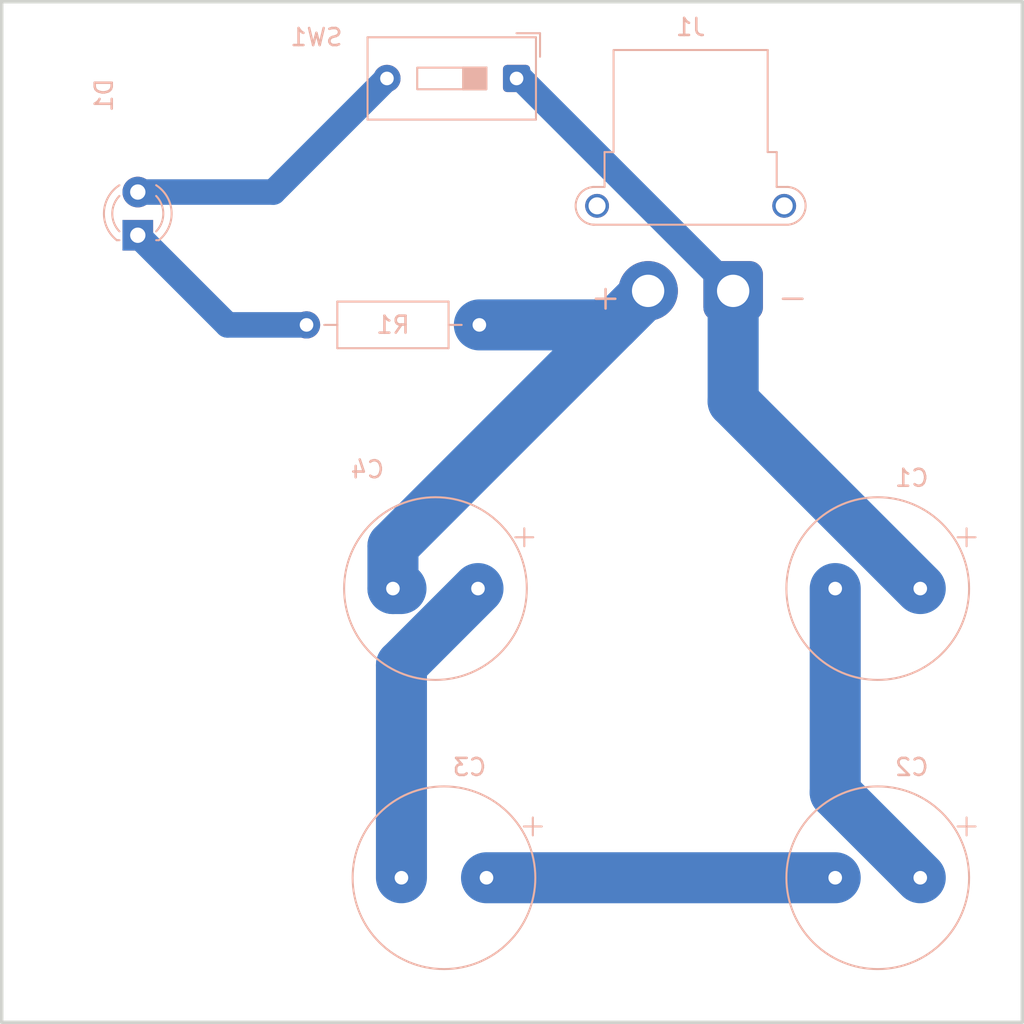
<source format=kicad_pcb>
(kicad_pcb (version 20241229) (generator "pcbnew") (generator_version "9.0")
  (layers (0 "F.Cu" signal) (2 "B.Cu" signal) (13 "F.Paste" user) (15 "B.Paste" user) (5 "F.SilkS" user "F.Silkscreen") (7 "B.SilkS" user "B.Silkscreen") (1 "F.Mask" user) (3 "B.Mask" user) (25 "Edge.Cuts" user))
  (net 0 "")
  (net 1 "Net-(C1-Pad2)")
  (net 2 "+12V")
  (net 3 "Net-(C2-Pad2)")
  (net 4 "Net-(C3-Pad2)")
  (net 5 "GND")
  (net 6 "Net-(D1-K)")
  (net 7 "Net-(D1-A)")
  (footprint "Libraryy:SPST Through Hole Switch" (layer "B.Cu") (at 149.2675 74.0125 180)
    (property "Reference" "SW1" (at 11.7675 2.42 0) (layer "B.SilkS") (effects (justify mirror)))
    (property "Value" "SW_SPST")
    (fp_line (start 8.76 2.42) (end 8.76 -2.42) (stroke (width 0.12)) (layer "B.SilkS"))
    (fp_line (start 3.133333 0.635) (end 3.133333 -0.635) (stroke (width 0.12)) (layer "B.SilkS"))
    (fp_line (start -1.14 2.42) (end 8.76 2.42) (stroke (width 0.12)) (layer "B.SilkS"))
    (fp_line (start -1.14 2.42) (end -1.14 -2.42) (stroke (width 0.12)) (layer "B.SilkS"))
    (fp_line (start -1.14 -2.42) (end 8.76 -2.42) (stroke (width 0.12)) (layer "B.SilkS"))
    (fp_line (start -1.38 2.66) (end 0.003 2.66) (stroke (width 0.12)) (layer "B.SilkS"))
    (fp_line (start -1.38 2.66) (end -1.38 1.277) (stroke (width 0.12)) (layer "B.SilkS"))
    (fp_rect (start 1.78 0.635) (end 5.84 -0.635) (stroke (width 0.12)) (fill no) (layer "B.SilkS"))
    (fp_rect (start 1.78 0.635) (end 3.133333 -0.635) (stroke (width 0.12)) (fill yes) (layer "B.SilkS"))
    (pad "1" thru_hole roundrect (at 0 0 180) (size 1.6 1.6) (drill 0.8) (layers "*.Cu" "*.Mask") (roundrect_rratio 0.15625) (net 2 "+12V"))
    (pad "2" thru_hole circle (at 7.62 0 180) (size 1.6 1.6) (drill 0.8) (layers "*.Cu" "*.Mask") (net 7 "Net-(D1-A)"))
  )
  (footprint "Libraryy:SupeCapacitor Through Hole" (layer "B.Cu") (at 147 104 180)
    (property "Reference" "C4" (at 6.5 7 0) (layer "B.SilkS") (effects (justify mirror)))
    (property "Value" "C")
    (fp_line (start -2.722133 3.54) (end -2.722133 2.49) (stroke (width 0.12)) (layer "B.SilkS"))
    (fp_line (start -3.247133 3.015) (end -2.197133 3.015) (stroke (width 0.12)) (layer "B.SilkS"))
    (fp_circle (center 2.5 0) (end 7.87 0) (stroke (width 0.12)) (fill no) (layer "B.SilkS"))
    (pad "1" thru_hole rect (at 0 0 180) (size 1.6 1.6) (drill 0.8) (layers "*.Cu" "*.Mask") (net 4 "Net-(C3-Pad2)"))
    (pad "2" thru_hole circle (at 5 0 180) (size 1.6 1.6) (drill 0.8) (layers "*.Cu" "*.Mask") (net 5 "GND"))
  )
  (footprint "Libraryy:SupeCapacitor Through Hole" (layer "B.Cu") (at 173 104 180)
    (property "Reference" "C1" (at 0.5 6.5 0) (layer "B.SilkS") (effects (justify mirror)))
    (property "Value" "C")
    (fp_line (start -2.722133 3.54) (end -2.722133 2.49) (stroke (width 0.12)) (layer "B.SilkS"))
    (fp_line (start -3.247133 3.015) (end -2.197133 3.015) (stroke (width 0.12)) (layer "B.SilkS"))
    (fp_circle (center 2.5 0) (end 7.87 0) (stroke (width 0.12)) (fill no) (layer "B.SilkS"))
    (pad "1" thru_hole rect (at 0 0 180) (size 1.6 1.6) (drill 0.8) (layers "*.Cu" "*.Mask") (net 2 "+12V"))
    (pad "2" thru_hole circle (at 5 0 180) (size 1.6 1.6) (drill 0.8) (layers "*.Cu" "*.Mask") (net 1 "Net-(C1-Pad2)"))
  )
  (footprint "Libraryy:SupeCapacitor Through Hole" (layer "B.Cu") (at 173 121 180)
    (property "Reference" "C2" (at 0.5 6.5 0) (layer "B.SilkS") (effects (justify mirror)))
    (property "Value" "C")
    (fp_line (start -2.722133 3.54) (end -2.722133 2.49) (stroke (width 0.12)) (layer "B.SilkS"))
    (fp_line (start -3.247133 3.015) (end -2.197133 3.015) (stroke (width 0.12)) (layer "B.SilkS"))
    (fp_circle (center 2.5 0) (end 7.87 0) (stroke (width 0.12)) (fill no) (layer "B.SilkS"))
    (pad "1" thru_hole rect (at 0 0 180) (size 1.6 1.6) (drill 0.8) (layers "*.Cu" "*.Mask") (net 1 "Net-(C1-Pad2)"))
    (pad "2" thru_hole circle (at 5 0 180) (size 1.6 1.6) (drill 0.8) (layers "*.Cu" "*.Mask") (net 3 "Net-(C2-Pad2)"))
  )
  (footprint "Libraryy:LED Through Hole" (layer "B.Cu") (at 127 83.23 90)
    (property "Reference" "D1" (at 8.23 -1.987701 90) (layer "B.SilkS") (effects (justify mirror)))
    (property "Value" "LED")
    (fp_line (start -0.29 -1.08) (end -0.29 -1.236) (stroke (width 0.12)) (layer "B.SilkS"))
    (fp_line (start -0.29 1.236) (end -0.29 1.08) (stroke (width 0.12)) (layer "B.SilkS"))
    (fp_arc (start -0.29 -1.235516) (mid 1.365624 -1.987701) (end 2.941397 -1.080061) (stroke (width 0.12)) (layer "B.SilkS"))
    (fp_arc (start 0.229039 -1.08) (mid 1.269965 -1.5) (end 2.31091 -1.080049) (stroke (width 0.12)) (layer "B.SilkS"))
    (fp_arc (start 2.31091 1.080049) (mid 1.269965 1.5) (end 0.229039 1.08) (stroke (width 0.12)) (layer "B.SilkS"))
    (fp_arc (start 2.941397 1.080061) (mid 1.365624 1.987701) (end -0.29 1.235516) (stroke (width 0.12)) (layer "B.SilkS"))
    (pad "1" thru_hole rect (at 0 0 90) (size 1.8 1.8) (drill 0.9) (layers "*.Cu" "*.Mask") (net 6 "Net-(D1-K)"))
    (pad "2" thru_hole circle (at 2.54 0 90) (size 1.8 1.8) (drill 0.9) (layers "*.Cu" "*.Mask") (net 7 "Net-(D1-A)"))
  )
  (footprint "Libraryy:XT30PW-F" (layer "B.Cu") (at 162 86.5 180)
    (property "Reference" "J1" (at 2.5 15.5 0) (layer "B.SilkS") (effects (justify mirror)))
    (property "Value" "Conn_01x02_Pin")
    (fp_line (start 7.56 8.16) (end 7.56 6.11) (stroke (width 0.12)) (layer "B.SilkS"))
    (fp_line (start 7.56 6.11) (end 8.26 6.11) (stroke (width 0.12)) (layer "B.SilkS"))
    (fp_line (start 7.03 14.16) (end 7.03 8.16) (stroke (width 0.12)) (layer "B.SilkS"))
    (fp_line (start 7.03 8.16) (end 7.56 8.16) (stroke (width 0.12)) (layer "B.SilkS"))
    (fp_line (start -2.03 14.16) (end 7 14.16) (stroke (width 0.12)) (layer "B.SilkS"))
    (fp_line (start -2.03 14.16) (end -2.03 8.16) (stroke (width 0.12)) (layer "B.SilkS"))
    (fp_line (start -2.56 8.16) (end -2.03 8.16) (stroke (width 0.12)) (layer "B.SilkS"))
    (fp_line (start -2.56 8.16) (end -2.56 6.11) (stroke (width 0.12)) (layer "B.SilkS"))
    (fp_line (start -3.26 6.11) (end -2.56 6.11) (stroke (width 0.12)) (layer "B.SilkS"))
    (fp_line (start -3.26 3.89) (end 8.26 3.89) (stroke (width 0.12)) (layer "B.SilkS"))
    (fp_arc (start 8.15 3.89) (mid 9.26 5) (end 8.15 6.11) (stroke (width 0.12)) (layer "B.SilkS"))
    (fp_arc (start -3.15 6.11) (mid -4.256653 5.086124) (end -3.321729 3.903365) (stroke (width 0.12)) (layer "B.SilkS"))
    (fp_text user "+" (at 7.5 -0.35 0) (layer "B.SilkS") (effects (font (size 1.5 1.5)) (justify mirror)))
    (fp_text user "-" (at -3.5 -0.35 0) (layer "B.SilkS") (effects (font (size 1.5 1.5)) (justify mirror)))
    (pad "" thru_hole circle (at -3 5 90) (size 1.4 1.4) (drill 1) (layers "*.Cu" "*.Mask"))
    (pad "" thru_hole circle (at 8 5 180) (size 1.4 1.4) (drill 1) (layers "*.Cu" "*.Mask"))
    (pad "1" thru_hole roundrect (at 0 0 180) (size 3.5 3.5) (drill 1.9) (layers "*.Cu" "*.Mask") (roundrect_rratio 0.22) (net 2 "+12V"))
    (pad "2" thru_hole circle (at 5 0 180) (size 3.5 3.5) (drill 1.9) (layers "*.Cu" "*.Mask") (net 5 "GND"))
  )
  (footprint "Libraryy:SupeCapacitor Through Hole" (layer "B.Cu") (at 147.5 121 180)
    (property "Reference" "C3" (at 1 6.5 0) (layer "B.SilkS") (effects (justify mirror)))
    (property "Value" "C")
    (fp_line (start -2.722133 3.54) (end -2.722133 2.49) (stroke (width 0.12)) (layer "B.SilkS"))
    (fp_line (start -3.247133 3.015) (end -2.197133 3.015) (stroke (width 0.12)) (layer "B.SilkS"))
    (fp_circle (center 2.5 0) (end 7.87 0) (stroke (width 0.12)) (fill no) (layer "B.SilkS"))
    (pad "1" thru_hole rect (at 0 0 180) (size 1.6 1.6) (drill 0.8) (layers "*.Cu" "*.Mask") (net 3 "Net-(C2-Pad2)"))
    (pad "2" thru_hole circle (at 5 0 180) (size 1.6 1.6) (drill 0.8) (layers "*.Cu" "*.Mask") (net 4 "Net-(C3-Pad2)"))
  )
  (footprint "Libraryy:Through Hole Resistor" (layer "B.Cu") (at 136.92 88.5)
    (property "Reference" "R1" (at 5.08 0 0) (layer "B.SilkS") (effects (justify mirror)))
    (property "Value" "R")
    (fp_line (start 1.04 0) (end 1.81 0) (stroke (width 0.12)) (layer "B.SilkS"))
    (fp_line (start 1.81 -1.37) (end 8.35 -1.37) (stroke (width 0.12)) (layer "B.SilkS"))
    (fp_line (start 1.81 1.37) (end 1.81 -1.37) (stroke (width 0.12)) (layer "B.SilkS"))
    (fp_line (start 8.35 -1.37) (end 8.35 1.37) (stroke (width 0.12)) (layer "B.SilkS"))
    (fp_line (start 8.35 1.37) (end 1.81 1.37) (stroke (width 0.12)) (layer "B.SilkS"))
    (fp_line (start 9.12 0) (end 8.35 0) (stroke (width 0.12)) (layer "B.SilkS"))
    (pad "1" thru_hole circle (at 0 0) (size 1.6 1.6) (drill 0.8) (layers "*.Cu" "*.Mask") (net 6 "Net-(D1-K)"))
    (pad "2" thru_hole oval (at 10.16 0) (size 1.6 1.6) (drill 0.8) (layers "*.Cu" "*.Mask") (net 5 "GND"))
  )
  (gr_rect (start 119 69.5) (end 179 129.5) (stroke (width 0.2)) (fill no) (layer "Edge.Cuts"))
  (segment (start 168 104) (end 168 116) (width 3) (layer "B.Cu") (net 1))
  (segment (start 168 116) (end 173 121) (width 3) (layer "B.Cu") (net 1))
  (segment (start 149.2675 74.0125) (end 149.5125 74.0125) (width 1.5) (layer "B.Cu") (net 2))
  (segment (start 162 86.5) (end 162 93) (width 3) (layer "B.Cu") (net 2))
  (segment (start 162 93) (end 173 104) (width 3) (layer "B.Cu") (net 2))
  (segment (start 149.5125 74.0125) (end 162 86.5) (width 1.5) (layer "B.Cu") (net 2))
  (segment (start 168 121) (end 147.5 121) (width 3) (layer "B.Cu") (net 3))
  (segment (start 142.5 108.5) (end 147 104) (width 3) (layer "B.Cu") (net 4))
  (segment (start 142.5 121) (end 142.5 108.5) (width 3) (layer "B.Cu") (net 4))
  (segment (start 147.08 88.5) (end 155 88.5) (width 3) (layer "B.Cu") (net 5))
  (segment (start 155 88.5) (end 157 86.5) (width 3) (layer "B.Cu") (net 5))
  (segment (start 142 101.5) (end 157 86.5) (width 3) (layer "B.Cu") (net 5))
  (segment (start 142 104) (end 142 101.5) (width 3) (layer "B.Cu") (net 5))
  (segment (start 142 104) (end 142.473102 104) (width 3) (layer "B.Cu") (net 5))
  (segment (start 132.27 88.5) (end 127 83.23) (width 1.5) (layer "B.Cu") (net 6))
  (segment (start 136.92 88.5) (end 132.27 88.5) (width 1.5) (layer "B.Cu") (net 6))
  (segment (start 127 80.69) (end 134.97 80.69) (width 1.5) (layer "B.Cu") (net 7))
  (segment (start 134.97 80.69) (end 141.6475 74.0125) (width 1.5) (layer "B.Cu") (net 7))
)
</source>
